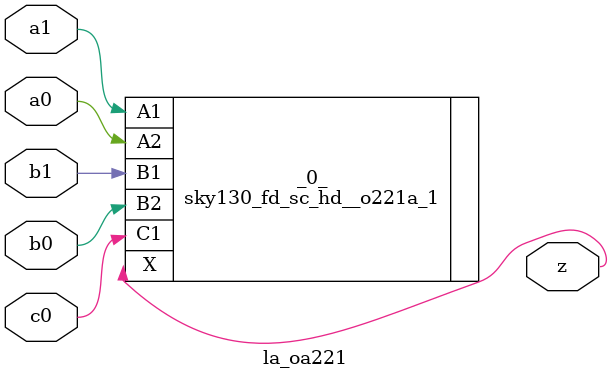
<source format=v>
/* Generated by Yosys 0.37 (git sha1 a5c7f69ed, clang 14.0.0-1ubuntu1.1 -fPIC -Os) */

module la_oa221(a0, a1, b0, b1, c0, z);
  input a0;
  wire a0;
  input a1;
  wire a1;
  input b0;
  wire b0;
  input b1;
  wire b1;
  input c0;
  wire c0;
  output z;
  wire z;
  sky130_fd_sc_hd__o221a_1 _0_ (
    .A1(a1),
    .A2(a0),
    .B1(b1),
    .B2(b0),
    .C1(c0),
    .X(z)
  );
endmodule

</source>
